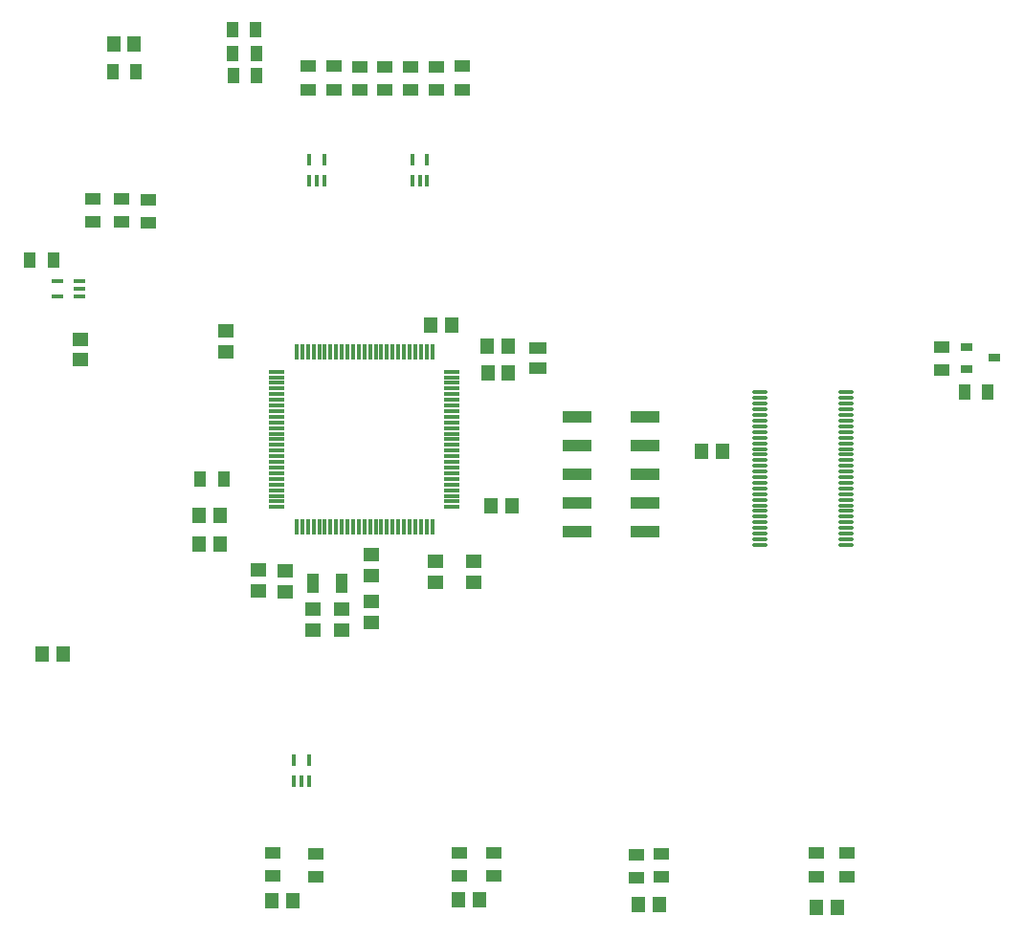
<source format=gtp>
G04*
G04 #@! TF.GenerationSoftware,Altium Limited,Altium Designer,24.4.1 (13)*
G04*
G04 Layer_Color=8421504*
%FSLAX44Y44*%
%MOMM*%
G71*
G04*
G04 #@! TF.SameCoordinates,FF2F9DB4-C514-40A0-8A38-6625478132A2*
G04*
G04*
G04 #@! TF.FilePolarity,Positive*
G04*
G01*
G75*
%ADD19R,1.3500X1.0000*%
%ADD20R,1.0000X1.3500*%
%ADD21R,1.0000X0.3500*%
%ADD22R,1.4500X1.3000*%
%ADD23R,1.3000X1.4500*%
%ADD24R,0.3500X1.0000*%
%ADD25R,0.3000X1.4750*%
%ADD26R,1.4750X0.3000*%
%ADD27O,1.4000X0.3000*%
%ADD28R,1.0000X1.8000*%
%ADD29R,2.5000X1.0200*%
%ADD30R,1.0000X0.8000*%
%ADD31R,1.5000X1.0000*%
D19*
X197500Y654040D02*
D03*
Y633500D02*
D03*
X221000Y632980D02*
D03*
Y653520D02*
D03*
X171500Y633750D02*
D03*
Y654290D02*
D03*
X408000Y771296D02*
D03*
Y750756D02*
D03*
X430250Y771276D02*
D03*
Y750736D02*
D03*
X453000Y771276D02*
D03*
Y750736D02*
D03*
X475500Y771296D02*
D03*
Y750756D02*
D03*
X362250Y751006D02*
D03*
Y771546D02*
D03*
X498500Y751006D02*
D03*
Y771546D02*
D03*
X385000Y751006D02*
D03*
Y771546D02*
D03*
X922750Y502776D02*
D03*
Y523316D02*
D03*
X838750Y74816D02*
D03*
Y54276D02*
D03*
X674250Y74066D02*
D03*
Y53526D02*
D03*
X812250Y54276D02*
D03*
Y74816D02*
D03*
X652250Y53276D02*
D03*
Y73816D02*
D03*
X369000Y74046D02*
D03*
Y53506D02*
D03*
X526250Y75046D02*
D03*
Y54506D02*
D03*
X495750Y54776D02*
D03*
Y75316D02*
D03*
X330971Y54744D02*
D03*
Y75284D02*
D03*
D20*
X116210Y599750D02*
D03*
X136750D02*
D03*
X295460Y804026D02*
D03*
X316000D02*
D03*
X295730Y782516D02*
D03*
X316270D02*
D03*
X316770Y763560D02*
D03*
X296230D02*
D03*
X287346Y406422D02*
D03*
X266806D02*
D03*
X210000Y766750D02*
D03*
X189460D02*
D03*
X963770Y483276D02*
D03*
X943230D02*
D03*
D21*
X140750Y568000D02*
D03*
Y581000D02*
D03*
X159750D02*
D03*
Y574500D02*
D03*
Y568000D02*
D03*
D22*
X341750Y306480D02*
D03*
Y325020D02*
D03*
X160744Y530118D02*
D03*
Y511578D02*
D03*
X418046Y279170D02*
D03*
Y297710D02*
D03*
X366750Y291046D02*
D03*
Y272506D02*
D03*
X391500Y291046D02*
D03*
Y272506D02*
D03*
X318500Y325290D02*
D03*
Y306750D02*
D03*
X508500Y333296D02*
D03*
Y314756D02*
D03*
X474750Y333566D02*
D03*
Y315026D02*
D03*
X417750Y339046D02*
D03*
Y320506D02*
D03*
X289250Y518736D02*
D03*
Y537276D02*
D03*
D23*
X189980Y791750D02*
D03*
X208520D02*
D03*
X145500Y251500D02*
D03*
X126960D02*
D03*
X521000Y500026D02*
D03*
X539540D02*
D03*
X284020Y374026D02*
D03*
X265480D02*
D03*
X520798Y524238D02*
D03*
X539338D02*
D03*
X284020Y348526D02*
D03*
X265480D02*
D03*
X470730Y542276D02*
D03*
X489270D02*
D03*
X523710Y382776D02*
D03*
X542250D02*
D03*
X728500Y430526D02*
D03*
X709960D02*
D03*
X654230Y29026D02*
D03*
X672770D02*
D03*
X811730Y26776D02*
D03*
X830270D02*
D03*
X495480Y33526D02*
D03*
X514020D02*
D03*
X330482Y32426D02*
D03*
X349022D02*
D03*
D24*
X376250Y670026D02*
D03*
Y689026D02*
D03*
X454500Y670276D02*
D03*
X461000D02*
D03*
X467500D02*
D03*
Y689276D02*
D03*
X454500D02*
D03*
X363250Y670026D02*
D03*
X369750D02*
D03*
X363250Y689026D02*
D03*
X349750Y138276D02*
D03*
X356250D02*
D03*
X362750D02*
D03*
Y157276D02*
D03*
X349750D02*
D03*
D25*
X352000Y363896D02*
D03*
X357000D02*
D03*
X362000D02*
D03*
X367000D02*
D03*
X372000D02*
D03*
X377000D02*
D03*
X382000D02*
D03*
X387000D02*
D03*
X392000D02*
D03*
X397000D02*
D03*
X402000D02*
D03*
X407000D02*
D03*
X412000D02*
D03*
X417000D02*
D03*
X422000D02*
D03*
X427000D02*
D03*
X432000D02*
D03*
X437000D02*
D03*
X442000D02*
D03*
X447000D02*
D03*
X452000D02*
D03*
X457000D02*
D03*
X462000D02*
D03*
X467000D02*
D03*
X472000Y518656D02*
D03*
X467000D02*
D03*
X462000D02*
D03*
X457000D02*
D03*
X452000D02*
D03*
X447000D02*
D03*
X442000D02*
D03*
X437000D02*
D03*
X432000D02*
D03*
X427000D02*
D03*
X422000D02*
D03*
X417000D02*
D03*
X412000D02*
D03*
X407000D02*
D03*
X402000D02*
D03*
X397000D02*
D03*
X392000D02*
D03*
X387000D02*
D03*
X382000D02*
D03*
X377000D02*
D03*
X372000D02*
D03*
X367000D02*
D03*
X362000D02*
D03*
X357000D02*
D03*
X352000D02*
D03*
X472000Y363896D02*
D03*
D26*
X489380Y381276D02*
D03*
Y386276D02*
D03*
Y391276D02*
D03*
Y396276D02*
D03*
Y401276D02*
D03*
Y406276D02*
D03*
Y411276D02*
D03*
Y416276D02*
D03*
Y421276D02*
D03*
Y426276D02*
D03*
Y431276D02*
D03*
Y436276D02*
D03*
Y441276D02*
D03*
Y446276D02*
D03*
Y451276D02*
D03*
Y456276D02*
D03*
Y461276D02*
D03*
Y466276D02*
D03*
Y471276D02*
D03*
Y476276D02*
D03*
Y481276D02*
D03*
Y486276D02*
D03*
Y491276D02*
D03*
Y496276D02*
D03*
Y501276D02*
D03*
X334620D02*
D03*
Y496276D02*
D03*
Y491276D02*
D03*
Y486276D02*
D03*
Y481276D02*
D03*
Y476276D02*
D03*
Y471276D02*
D03*
Y466276D02*
D03*
Y461276D02*
D03*
Y456276D02*
D03*
Y451276D02*
D03*
Y446276D02*
D03*
Y441276D02*
D03*
Y436276D02*
D03*
Y431276D02*
D03*
Y426276D02*
D03*
Y421276D02*
D03*
Y416276D02*
D03*
Y411276D02*
D03*
Y406276D02*
D03*
Y401276D02*
D03*
Y396276D02*
D03*
Y391276D02*
D03*
Y386276D02*
D03*
Y381276D02*
D03*
D27*
X838000Y347776D02*
D03*
Y352776D02*
D03*
Y357776D02*
D03*
Y362776D02*
D03*
Y367776D02*
D03*
Y372776D02*
D03*
Y377776D02*
D03*
Y382776D02*
D03*
Y387776D02*
D03*
Y392776D02*
D03*
Y397776D02*
D03*
Y402776D02*
D03*
Y407776D02*
D03*
Y412776D02*
D03*
Y417776D02*
D03*
Y422776D02*
D03*
Y427776D02*
D03*
Y432776D02*
D03*
Y437776D02*
D03*
Y442776D02*
D03*
Y447776D02*
D03*
Y452776D02*
D03*
Y457776D02*
D03*
Y462776D02*
D03*
Y467776D02*
D03*
Y472776D02*
D03*
Y477776D02*
D03*
Y482776D02*
D03*
X762000Y347776D02*
D03*
Y352776D02*
D03*
Y357776D02*
D03*
Y362776D02*
D03*
Y367776D02*
D03*
Y372776D02*
D03*
Y377776D02*
D03*
Y382776D02*
D03*
Y387776D02*
D03*
Y392776D02*
D03*
Y397776D02*
D03*
Y402776D02*
D03*
Y407776D02*
D03*
Y412776D02*
D03*
Y417776D02*
D03*
Y422776D02*
D03*
Y427776D02*
D03*
Y432776D02*
D03*
Y437776D02*
D03*
Y442776D02*
D03*
Y447776D02*
D03*
Y452776D02*
D03*
Y457776D02*
D03*
Y462776D02*
D03*
Y467776D02*
D03*
Y472776D02*
D03*
Y477776D02*
D03*
Y482776D02*
D03*
D28*
X366750Y313776D02*
D03*
X391750D02*
D03*
D29*
X660250Y461076D02*
D03*
Y435676D02*
D03*
Y410276D02*
D03*
Y384876D02*
D03*
Y359476D02*
D03*
X599750Y461076D02*
D03*
Y435676D02*
D03*
Y410276D02*
D03*
Y384876D02*
D03*
Y359476D02*
D03*
D30*
X944500Y503526D02*
D03*
Y523026D02*
D03*
X969500Y513276D02*
D03*
D31*
X565620Y503956D02*
D03*
Y521956D02*
D03*
M02*

</source>
